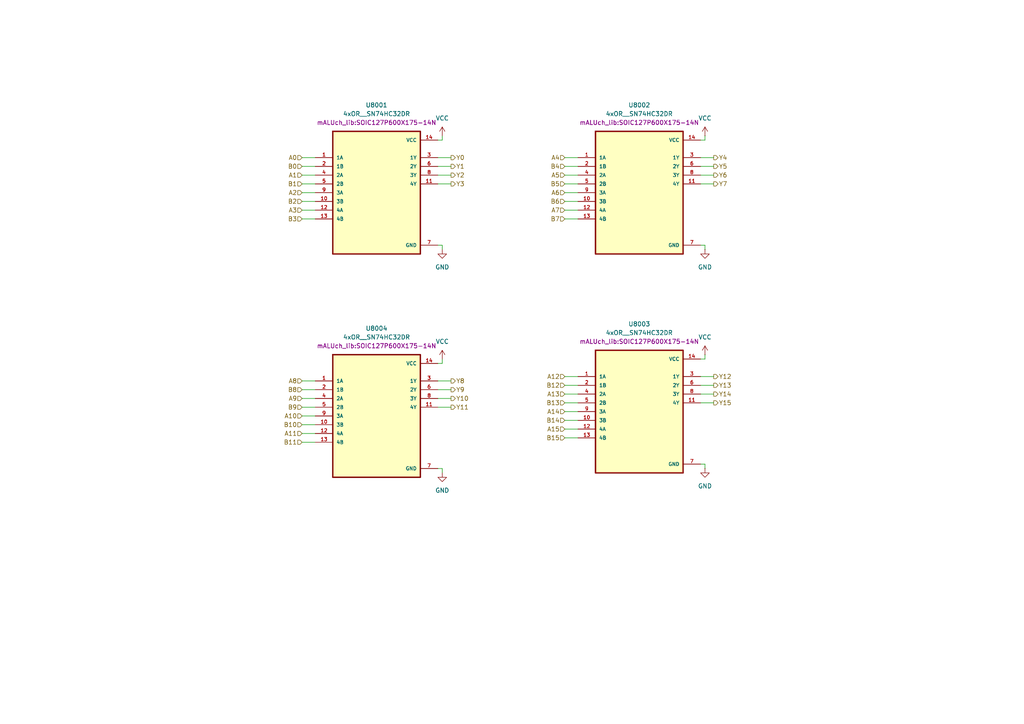
<source format=kicad_sch>
(kicad_sch (version 20250114) (generator "eeschema") (generator_version "9.0")
  (paper "A4")
  (title_block (title "16 bit OR") (company "AGH Logic Unit") (comment 1 "mALUch project"))
  (lib_symbols
    (symbol "mALUch_lib:4xOR__SN74HC32DR" (pin_names (offset 1.016))
      (property "Reference" "U" (at -12.7 18.78 0))
      (property "Value" "4xOR__SN74HC32DR" (at -12.7 -21.78 0))
      (property "Footprint" "mALUch_lib:SOIC127P600X175-14N" (at 0 0 0))
      (symbol "4xOR__SN74HC32DR_0_0"
        (rectangle (start -12.7 -17.78) (end 12.7 17.78) (stroke (width 0.41)) (fill (type background)))
        (pin input line (at -17.78 10.16 0) (length 5.08) (name "1A") (number "1"))
        (pin input line (at -17.78 7.62 0) (length 5.08) (name "1B") (number "2"))
        (pin input line (at -17.78 5.08 0) (length 5.08) (name "2A") (number "4"))
        (pin input line (at -17.78 2.54 0) (length 5.08) (name "2B") (number "5"))
        (pin input line (at -17.78 0 0) (length 5.08) (name "3A") (number "9"))
        (pin input line (at -17.78 -2.54 0) (length 5.08) (name "3B") (number "10"))
        (pin input line (at -17.78 -5.08 0) (length 5.08) (name "4A") (number "12"))
        (pin input line (at -17.78 -7.62 0) (length 5.08) (name "4B") (number "13"))
        (pin power_in line (at 17.78 15.24 180) (length 5.08) (name "VCC") (number "14"))
        (pin output line (at 17.78 10.16 180) (length 5.08) (name "1Y") (number "3"))
        (pin output line (at 17.78 7.62 180) (length 5.08) (name "2Y") (number "6"))
        (pin output line (at 17.78 5.08 180) (length 5.08) (name "3Y") (number "8"))
        (pin output line (at 17.78 2.54 180) (length 5.08) (name "4Y") (number "11"))
        (pin power_in line (at 17.78 -15.24 180) (length 5.08) (name "GND") (number "7"))
      )
    )
    (symbol "power:GND" (power) (pin_numbers (hide yes)) (pin_names (offset 0) (hide yes))
      (property "Value" "GND" (at 0 -3.81 0))
      (symbol "GND_0_1"
        (polyline (pts (xy 0 0) (xy 0 -1.27) (xy 1.27 -1.27) (xy 0 -2.54) (xy -1.27 -1.27) (xy 0 -1.27)))
      )
      (symbol "GND_1_1"
        (pin power_in line (at 0 0 270) (length 0) (name "~") (number "1"))
      )
    )
    (symbol "power:VCC" (power) (pin_numbers (hide yes)) (pin_names (offset 0) (hide yes))
      (property "Value" "VCC" (at 0 3.556 0))
      (symbol "VCC_0_1"
        (polyline (pts (xy -0.762 1.27) (xy 0 2.54)))
        (polyline (pts (xy 0 2.54) (xy 0.762 1.27)))
        (polyline (pts (xy 0 0) (xy 0 2.54)))
      )
      (symbol "VCC_1_1"
        (pin power_in line (at 0 0 90) (length 0) (name "~") (number "1"))
      )
    )
  )
  (wire (pts (xy 204.47 40.64) (xy 203.2 40.64)))
  (wire (pts (xy 203.2 109.22) (xy 207.01 109.22)))
  (wire (pts (xy 127 115.57) (xy 130.81 115.57)))
  (wire (pts (xy 203.2 116.84) (xy 207.01 116.84)))
  (wire (pts (xy 163.83 50.8) (xy 167.64 50.8)))
  (wire (pts (xy 203.2 53.34) (xy 207.01 53.34)))
  (wire (pts (xy 127 45.72) (xy 130.81 45.72)))
  (wire (pts (xy 163.83 63.5) (xy 167.64 63.5)))
  (wire (pts (xy 163.83 127) (xy 167.64 127)))
  (wire (pts (xy 163.83 116.84) (xy 167.64 116.84)))
  (wire (pts (xy 127 110.49) (xy 130.81 110.49)))
  (wire (pts (xy 87.63 48.26) (xy 91.44 48.26)))
  (wire (pts (xy 204.47 104.14) (xy 203.2 104.14)))
  (wire (pts (xy 163.83 60.96) (xy 167.64 60.96)))
  (wire (pts (xy 204.47 135.89) (xy 204.47 134.62)))
  (wire (pts (xy 87.63 120.65) (xy 91.44 120.65)))
  (wire (pts (xy 163.83 124.46) (xy 167.64 124.46)))
  (wire (pts (xy 163.83 121.92) (xy 167.64 121.92)))
  (wire (pts (xy 163.83 48.26) (xy 167.64 48.26)))
  (wire (pts (xy 163.83 55.88) (xy 167.64 55.88)))
  (wire (pts (xy 203.2 50.8) (xy 207.01 50.8)))
  (wire (pts (xy 87.63 45.72) (xy 91.44 45.72)))
  (wire (pts (xy 163.83 58.42) (xy 167.64 58.42)))
  (wire (pts (xy 204.47 72.39) (xy 204.47 71.12)))
  (wire (pts (xy 128.27 137.16) (xy 128.27 135.89)))
  (wire (pts (xy 203.2 48.26) (xy 207.01 48.26)))
  (wire (pts (xy 163.83 45.72) (xy 167.64 45.72)))
  (wire (pts (xy 163.83 114.3) (xy 167.64 114.3)))
  (wire (pts (xy 163.83 119.38) (xy 167.64 119.38)))
  (wire (pts (xy 128.27 40.64) (xy 127 40.64)))
  (wire (pts (xy 127 113.03) (xy 130.81 113.03)))
  (wire (pts (xy 87.63 50.8) (xy 91.44 50.8)))
  (wire (pts (xy 128.27 71.12) (xy 127 71.12)))
  (wire (pts (xy 128.27 39.37) (xy 128.27 40.64)))
  (wire (pts (xy 163.83 109.22) (xy 167.64 109.22)))
  (wire (pts (xy 128.27 105.41) (xy 127 105.41)))
  (wire (pts (xy 204.47 71.12) (xy 203.2 71.12)))
  (wire (pts (xy 128.27 104.14) (xy 128.27 105.41)))
  (wire (pts (xy 127 135.89) (xy 128.27 135.89)))
  (wire (pts (xy 87.63 118.11) (xy 91.44 118.11)))
  (wire (pts (xy 87.63 63.5) (xy 91.44 63.5)))
  (wire (pts (xy 204.47 39.37) (xy 204.47 40.64)))
  (wire (pts (xy 203.2 45.72) (xy 207.01 45.72)))
  (wire (pts (xy 163.83 111.76) (xy 167.64 111.76)))
  (wire (pts (xy 87.63 123.19) (xy 91.44 123.19)))
  (wire (pts (xy 127 48.26) (xy 130.81 48.26)))
  (wire (pts (xy 87.63 58.42) (xy 91.44 58.42)))
  (wire (pts (xy 163.83 53.34) (xy 167.64 53.34)))
  (wire (pts (xy 127 50.8) (xy 130.81 50.8)))
  (wire (pts (xy 127 53.34) (xy 130.81 53.34)))
  (wire (pts (xy 203.2 114.3) (xy 207.01 114.3)))
  (wire (pts (xy 87.63 115.57) (xy 91.44 115.57)))
  (wire (pts (xy 87.63 55.88) (xy 91.44 55.88)))
  (wire (pts (xy 87.63 128.27) (xy 91.44 128.27)))
  (wire (pts (xy 87.63 53.34) (xy 91.44 53.34)))
  (wire (pts (xy 128.27 72.39) (xy 128.27 71.12)))
  (wire (pts (xy 203.2 111.76) (xy 207.01 111.76)))
  (wire (pts (xy 87.63 125.73) (xy 91.44 125.73)))
  (wire (pts (xy 204.47 102.87) (xy 204.47 104.14)))
  (wire (pts (xy 127 118.11) (xy 130.81 118.11)))
  (wire (pts (xy 87.63 113.03) (xy 91.44 113.03)))
  (wire (pts (xy 87.63 60.96) (xy 91.44 60.96)))
  (wire (pts (xy 87.63 110.49) (xy 91.44 110.49)))
  (wire (pts (xy 204.47 134.62) (xy 203.2 134.62)))
  (hierarchical_label "Y10" (shape output) (at 130.81 115.57 0))
  (hierarchical_label "B6" (shape input) (at 163.83 58.42 180))
  (hierarchical_label "A3" (shape input) (at 87.63 60.96 180))
  (hierarchical_label "B12" (shape input) (at 163.83 111.76 180))
  (hierarchical_label "B4" (shape input) (at 163.83 48.26 180))
  (hierarchical_label "B11" (shape input) (at 87.63 128.27 180))
  (hierarchical_label "Y5" (shape output) (at 207.01 48.26 0))
  (hierarchical_label "Y11" (shape output) (at 130.81 118.11 0))
  (hierarchical_label "Y15" (shape output) (at 207.01 116.84 0))
  (hierarchical_label "B14" (shape input) (at 163.83 121.92 180))
  (hierarchical_label "A8" (shape input) (at 87.63 110.49 180))
  (hierarchical_label "B2" (shape input) (at 87.63 58.42 180))
  (hierarchical_label "B1" (shape input) (at 87.63 53.34 180))
  (hierarchical_label "A7" (shape input) (at 163.83 60.96 180))
  (hierarchical_label "Y8" (shape output) (at 130.81 110.49 0))
  (hierarchical_label "Y14" (shape output) (at 207.01 114.3 0))
  (hierarchical_label "A5" (shape input) (at 163.83 50.8 180))
  (hierarchical_label "Y0" (shape output) (at 130.81 45.72 0))
  (hierarchical_label "B15" (shape input) (at 163.83 127 180))
  (hierarchical_label "A11" (shape input) (at 87.63 125.73 180))
  (hierarchical_label "A10" (shape input) (at 87.63 120.65 180))
  (hierarchical_label "Y2" (shape output) (at 130.81 50.8 0))
  (hierarchical_label "B13" (shape input) (at 163.83 116.84 180))
  (hierarchical_label "A15" (shape input) (at 163.83 124.46 180))
  (hierarchical_label "A12" (shape input) (at 163.83 109.22 180))
  (hierarchical_label "A9" (shape input) (at 87.63 115.57 180))
  (hierarchical_label "Y7" (shape output) (at 207.01 53.34 0))
  (hierarchical_label "A1" (shape input) (at 87.63 50.8 180))
  (hierarchical_label "Y4" (shape output) (at 207.01 45.72 0))
  (hierarchical_label "A13" (shape input) (at 163.83 114.3 180))
  (hierarchical_label "B9" (shape input) (at 87.63 118.11 180))
  (hierarchical_label "Y3" (shape output) (at 130.81 53.34 0))
  (hierarchical_label "Y9" (shape output) (at 130.81 113.03 0))
  (hierarchical_label "A6" (shape input) (at 163.83 55.88 180))
  (hierarchical_label "Y13" (shape output) (at 207.01 111.76 0))
  (hierarchical_label "A4" (shape input) (at 163.83 45.72 180))
  (hierarchical_label "B5" (shape input) (at 163.83 53.34 180))
  (hierarchical_label "B3" (shape input) (at 87.63 63.5 180))
  (hierarchical_label "Y6" (shape output) (at 207.01 50.8 0))
  (hierarchical_label "B10" (shape input) (at 87.63 123.19 180))
  (hierarchical_label "B7" (shape input) (at 163.83 63.5 180))
  (hierarchical_label "Y12" (shape output) (at 207.01 109.22 0))
  (hierarchical_label "Y1" (shape output) (at 130.81 48.26 0))
  (hierarchical_label "A2" (shape input) (at 87.63 55.88 180))
  (hierarchical_label "A0" (shape input) (at 87.63 45.72 180))
  (hierarchical_label "A14" (shape input) (at 163.83 119.38 180))
  (hierarchical_label "B8" (shape input) (at 87.63 113.03 180))
  (hierarchical_label "B0" (shape input) (at 87.63 48.26 180))
  (symbol (lib_id "power:GND") (at 128.27 137.16 0) (unit 1)
    (property "Reference" "#PWR08008" (effects (hide yes)))
    (property "Value" "GND" (at 128.27 142.24 0))
    (property "Description" "Power symbol creates a global label with name \"GND\" , ground" (effects (hide yes)))
  )
  (symbol (lib_id "power:VCC") (at 204.47 39.37 0) (unit 1)
    (property "Reference" "#PWR08002" (effects (hide yes)))
    (property "Value" "VCC" (at 204.47 34.29 0))
    (property "Description" "Power symbol creates a global label with name \"VCC\"" (effects (hide yes)))
  )
  (symbol (lib_id "power:GND") (at 204.47 135.89 0) (unit 1)
    (property "Reference" "#PWR08007" (effects (hide yes)))
    (property "Value" "GND" (at 204.47 140.97 0))
    (property "Description" "Power symbol creates a global label with name \"GND\" , ground" (effects (hide yes)))
  )
  (symbol (lib_id "power:GND") (at 128.27 72.39 0) (unit 1)
    (property "Reference" "#PWR08003" (effects (hide yes)))
    (property "Value" "GND" (at 128.27 77.47 0))
    (property "Description" "Power symbol creates a global label with name \"GND\" , ground" (effects (hide yes)))
  )
  (symbol (lib_id "mALUch_lib:4xOR__SN74HC32DR") (at 185.42 119.38 0) (unit 1)
    (property "Reference" "U8003" (at 185.42 93.98 0))
    (property "Value" "4xOR__SN74HC32DR" (at 185.42 96.52 0))
    (property "Footprint" "mALUch_lib:SOIC127P600X175-14N" (at 185.42 99.06 0))
    (property "MF" "Texas Instruments" (effects (hide yes)))
    (property "Description_1" "4-ch 2-input 2-V to 6-V 5.2 mA drive strength OR gate" (effects (hide yes)))
    (property "Package" "SOIC-14 Texas Instruments" (effects (hide yes)))
    (property "Price" "None" (effects (hide yes)))
    (property "SnapEDA_Link" "https://www.snapeda.com/parts/SN74HC32DR/Texas+Instruments/view-part/?ref=snap" (effects (hide yes)))
    (property "MP" "SN74HC32DR" (effects (hide yes)))
    (property "Availability" "In Stock" (effects (hide yes)))
    (property "Check_prices" "https://www.snapeda.com/parts/SN74HC32DR/Texas+Instruments/view-part/?ref=eda" (effects (hide yes)))
  )
  (symbol (lib_id "power:GND") (at 204.47 72.39 0) (unit 1)
    (property "Reference" "#PWR08004" (effects (hide yes)))
    (property "Value" "GND" (at 204.47 77.47 0))
    (property "Description" "Power symbol creates a global label with name \"GND\" , ground" (effects (hide yes)))
  )
  (symbol (lib_id "mALUch_lib:4xOR__SN74HC32DR") (at 185.42 55.88 0) (unit 1)
    (property "Reference" "U8002" (at 185.42 30.48 0))
    (property "Value" "4xOR__SN74HC32DR" (at 185.42 33.02 0))
    (property "Footprint" "mALUch_lib:SOIC127P600X175-14N" (at 185.42 35.56 0))
    (property "MF" "Texas Instruments" (effects (hide yes)))
    (property "Description_1" "4-ch 2-input 2-V to 6-V 5.2 mA drive strength OR gate" (effects (hide yes)))
    (property "Package" "SOIC-14 Texas Instruments" (effects (hide yes)))
    (property "Price" "None" (effects (hide yes)))
    (property "SnapEDA_Link" "https://www.snapeda.com/parts/SN74HC32DR/Texas+Instruments/view-part/?ref=snap" (effects (hide yes)))
    (property "MP" "SN74HC32DR" (effects (hide yes)))
    (property "Availability" "In Stock" (effects (hide yes)))
    (property "Check_prices" "https://www.snapeda.com/parts/SN74HC32DR/Texas+Instruments/view-part/?ref=eda" (effects (hide yes)))
  )
  (symbol (lib_id "mALUch_lib:4xOR__SN74HC32DR") (at 109.22 55.88 0) (unit 1)
    (property "Reference" "U8001" (at 109.22 30.48 0))
    (property "Value" "4xOR__SN74HC32DR" (at 109.22 33.02 0))
    (property "Footprint" "mALUch_lib:SOIC127P600X175-14N" (at 109.22 35.56 0))
    (property "MF" "Texas Instruments" (effects (hide yes)))
    (property "Description_1" "4-ch 2-input 2-V to 6-V 5.2 mA drive strength OR gate" (effects (hide yes)))
    (property "Package" "SOIC-14 Texas Instruments" (effects (hide yes)))
    (property "Price" "None" (effects (hide yes)))
    (property "SnapEDA_Link" "https://www.snapeda.com/parts/SN74HC32DR/Texas+Instruments/view-part/?ref=snap" (effects (hide yes)))
    (property "MP" "SN74HC32DR" (effects (hide yes)))
    (property "Availability" "In Stock" (effects (hide yes)))
    (property "Check_prices" "https://www.snapeda.com/parts/SN74HC32DR/Texas+Instruments/view-part/?ref=eda" (effects (hide yes)))
  )
  (symbol (lib_id "power:VCC") (at 128.27 104.14 0) (unit 1)
    (property "Reference" "#PWR08006" (effects (hide yes)))
    (property "Value" "VCC" (at 128.27 99.06 0))
    (property "Description" "Power symbol creates a global label with name \"VCC\"" (effects (hide yes)))
  )
  (symbol (lib_id "mALUch_lib:4xOR__SN74HC32DR") (at 109.22 120.65 0) (unit 1)
    (property "Reference" "U8004" (at 109.22 95.25 0))
    (property "Value" "4xOR__SN74HC32DR" (at 109.22 97.79 0))
    (property "Footprint" "mALUch_lib:SOIC127P600X175-14N" (at 109.22 100.33 0))
    (property "MF" "Texas Instruments" (effects (hide yes)))
    (property "Description_1" "4-ch 2-input 2-V to 6-V 5.2 mA drive strength OR gate" (effects (hide yes)))
    (property "Package" "SOIC-14 Texas Instruments" (effects (hide yes)))
    (property "Price" "None" (effects (hide yes)))
    (property "SnapEDA_Link" "https://www.snapeda.com/parts/SN74HC32DR/Texas+Instruments/view-part/?ref=snap" (effects (hide yes)))
    (property "MP" "SN74HC32DR" (effects (hide yes)))
    (property "Availability" "In Stock" (effects (hide yes)))
    (property "Check_prices" "https://www.snapeda.com/parts/SN74HC32DR/Texas+Instruments/view-part/?ref=eda" (effects (hide yes)))
  )
  (symbol (lib_id "power:VCC") (at 128.27 39.37 0) (unit 1)
    (property "Reference" "#PWR08001" (effects (hide yes)))
    (property "Value" "VCC" (at 128.27 34.29 0))
    (property "Description" "Power symbol creates a global label with name \"VCC\"" (effects (hide yes)))
  )
  (symbol (lib_id "power:VCC") (at 204.47 102.87 0) (unit 1)
    (property "Reference" "#PWR08005" (effects (hide yes)))
    (property "Value" "VCC" (at 204.47 97.79 0))
    (property "Description" "Power symbol creates a global label with name \"VCC\"" (effects (hide yes)))
  )
)
</source>
